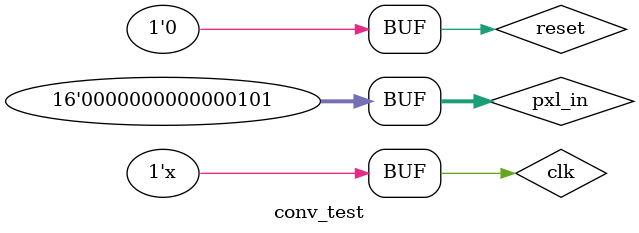
<source format=v>
`timescale 1ns / 1ps

module conv_test;

	// Inputs
	reg clk;
	reg reset;
	reg [15:0] pxl_in;

	// Outputs
	wire[31:0] reg_00; wire[31:0] reg_01; wire[31:0] reg_02; wire [31:0] sr_0;
	wire[31:0] reg_10; wire[31:0] reg_11; wire[31:0] reg_12; wire [31:0] sr_1;
	wire[31:0] reg_20; wire[31:0] reg_21; wire[31:0] reg_22; 
	
	wire [31:0] pxl_out;
	wire [9:0] count;
	wire valid;

	// Instantiate the Unit Under Test (UUT)
	conv uut (
		.clk(clk), 
		.reset(reset), 
		.pxl_in(pxl_in),
		.reg_00(reg_00), 
		.reg_01(reg_01),
		.reg_02(reg_02),
		.sr_0(sr_0),
		.reg_10(reg_10),
		.reg_11(reg_11),
		.reg_12(reg_12),
		.sr_1(sr_1),
		.reg_20(reg_20),
		.reg_21(reg_21),
		.reg_22(reg_22),
		.pxl_out(pxl_out),
		.count(count),
		.valid(valid)
	);

initial begin
	// Initialize Inputs
	clk = 0;
	reset = 0;
	pxl_in = 0;
	
	//#20 reset = 0;
	
	// 5*5 image
	#20 pxl_in = 1; #20 pxl_in = 2; #20 pxl_in = 3; #20 pxl_in = 4; #20 pxl_in = 5;	
	#20 pxl_in = 0; #20 pxl_in = 1; #20 pxl_in = 0; #20 pxl_in = 1; #20 pxl_in = 0;
	#20 pxl_in = 1; #20 pxl_in = 2; #20 pxl_in = 3; #20 pxl_in = 4; #20 pxl_in = 5;
	#20 pxl_in = 0; #20 pxl_in = 1; #20 pxl_in = 0; #20 pxl_in = 1; #20 pxl_in = 0;
	#20 pxl_in = 1; #20 pxl_in = 2; #20 pxl_in = 3; #20 pxl_in = 4; #20 pxl_in = 5;

	end 
	always #10 clk = ~ clk;

endmodule
</source>
